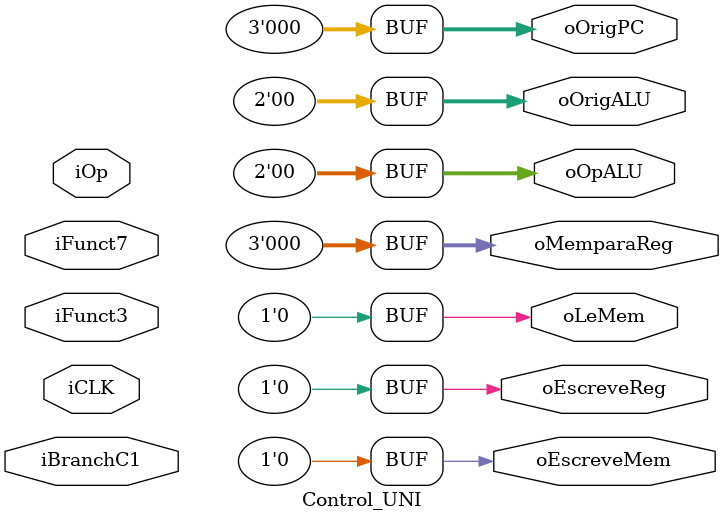
<source format=v>
`ifndef PARAM
	`include "../Parametros.v"
`endif

/*
 * Bloco de Controle UNICICLO
 *
 */

 module Control_UNI(
    input wire  	     	iCLK, iBranchC1,
    input wire  [6:0]  	iOp,
	 input wire  [2:0] 	iFunct3,
	 input wire  [6:0] 	iFunct7,	 
    output reg    	 	oEscreveReg, oLeMem, oEscreveMem,
    output reg [1:0]  	oOpALU, oOrigALU,
    output reg [2:0]  	oOrigPC, oMemparaReg
);



initial
begin
    oOrigALU            = 2'b00;
    oMemparaReg         = 3'b000;
    oEscreveReg         = 1'b0;
    oLeMem              = 1'b0;
    oEscreveMem         = 1'b0;
    oOrigPC             = 3'b000;
    oOpALU              = 2'b00;
end


always @(*)
begin
    case(iOp)
	 
	 
	 
	 
        // instrucao invalida
        default:
        begin
            oOrigALU            = 2'b00;
            oMemparaReg         = 3'b000;
            oEscreveReg         = 1'b0;
            oLeMem              = 1'b0;
            oEscreveMem         = 1'b0;
            oOrigPC             = 3'b000;
            oOpALU              = 2'b00;
        end
    endcase
end

endmodule

</source>
